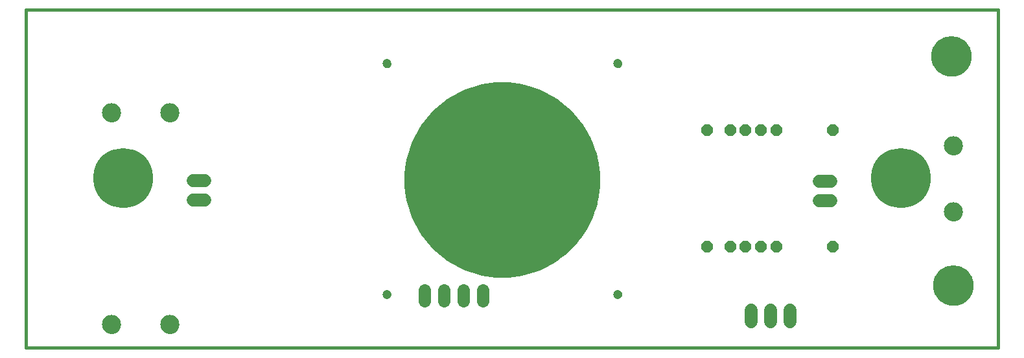
<source format=gbs>
G75*
%MOIN*%
%OFA0B0*%
%FSLAX25Y25*%
%IPPOS*%
%LPD*%
%AMOC8*
5,1,8,0,0,1.08239X$1,22.5*
%
%ADD10C,0.01600*%
%ADD11C,0.00000*%
%ADD12C,1.00800*%
%ADD13C,0.09800*%
%ADD14C,0.30800*%
%ADD15C,0.20800*%
%ADD16C,0.04706*%
%ADD17C,0.06400*%
%ADD18OC8,0.05950*%
%ADD19C,0.06800*%
D10*
X0128333Y0033333D02*
X0128333Y0207333D01*
X0628333Y0207333D01*
X0628333Y0033333D01*
X0128333Y0033333D01*
D11*
X0167833Y0045333D02*
X0167835Y0045467D01*
X0167841Y0045601D01*
X0167851Y0045734D01*
X0167865Y0045868D01*
X0167883Y0046001D01*
X0167905Y0046133D01*
X0167930Y0046264D01*
X0167960Y0046395D01*
X0167994Y0046525D01*
X0168031Y0046653D01*
X0168072Y0046781D01*
X0168117Y0046907D01*
X0168166Y0047032D01*
X0168218Y0047155D01*
X0168274Y0047277D01*
X0168334Y0047397D01*
X0168397Y0047515D01*
X0168464Y0047631D01*
X0168534Y0047745D01*
X0168608Y0047857D01*
X0168685Y0047967D01*
X0168765Y0048075D01*
X0168848Y0048180D01*
X0168934Y0048282D01*
X0169023Y0048382D01*
X0169116Y0048479D01*
X0169211Y0048574D01*
X0169309Y0048665D01*
X0169409Y0048754D01*
X0169512Y0048839D01*
X0169618Y0048922D01*
X0169726Y0049001D01*
X0169836Y0049077D01*
X0169949Y0049150D01*
X0170064Y0049219D01*
X0170180Y0049285D01*
X0170299Y0049347D01*
X0170419Y0049406D01*
X0170542Y0049461D01*
X0170665Y0049513D01*
X0170790Y0049560D01*
X0170917Y0049604D01*
X0171045Y0049645D01*
X0171174Y0049681D01*
X0171304Y0049714D01*
X0171435Y0049742D01*
X0171566Y0049767D01*
X0171699Y0049788D01*
X0171832Y0049805D01*
X0171965Y0049818D01*
X0172099Y0049827D01*
X0172233Y0049832D01*
X0172367Y0049833D01*
X0172500Y0049830D01*
X0172634Y0049823D01*
X0172768Y0049812D01*
X0172901Y0049797D01*
X0173034Y0049778D01*
X0173166Y0049755D01*
X0173297Y0049729D01*
X0173427Y0049698D01*
X0173557Y0049663D01*
X0173685Y0049625D01*
X0173812Y0049583D01*
X0173938Y0049537D01*
X0174063Y0049487D01*
X0174186Y0049434D01*
X0174307Y0049377D01*
X0174427Y0049316D01*
X0174544Y0049252D01*
X0174660Y0049185D01*
X0174774Y0049114D01*
X0174885Y0049039D01*
X0174994Y0048962D01*
X0175101Y0048881D01*
X0175206Y0048797D01*
X0175307Y0048710D01*
X0175407Y0048620D01*
X0175503Y0048527D01*
X0175597Y0048431D01*
X0175688Y0048332D01*
X0175775Y0048231D01*
X0175860Y0048127D01*
X0175942Y0048021D01*
X0176020Y0047913D01*
X0176095Y0047802D01*
X0176167Y0047689D01*
X0176236Y0047573D01*
X0176301Y0047456D01*
X0176362Y0047337D01*
X0176420Y0047216D01*
X0176474Y0047094D01*
X0176525Y0046970D01*
X0176572Y0046844D01*
X0176615Y0046717D01*
X0176654Y0046589D01*
X0176690Y0046460D01*
X0176721Y0046330D01*
X0176749Y0046199D01*
X0176773Y0046067D01*
X0176793Y0045934D01*
X0176809Y0045801D01*
X0176821Y0045668D01*
X0176829Y0045534D01*
X0176833Y0045400D01*
X0176833Y0045266D01*
X0176829Y0045132D01*
X0176821Y0044998D01*
X0176809Y0044865D01*
X0176793Y0044732D01*
X0176773Y0044599D01*
X0176749Y0044467D01*
X0176721Y0044336D01*
X0176690Y0044206D01*
X0176654Y0044077D01*
X0176615Y0043949D01*
X0176572Y0043822D01*
X0176525Y0043696D01*
X0176474Y0043572D01*
X0176420Y0043450D01*
X0176362Y0043329D01*
X0176301Y0043210D01*
X0176236Y0043093D01*
X0176167Y0042977D01*
X0176095Y0042864D01*
X0176020Y0042753D01*
X0175942Y0042645D01*
X0175860Y0042539D01*
X0175775Y0042435D01*
X0175688Y0042334D01*
X0175597Y0042235D01*
X0175503Y0042139D01*
X0175407Y0042046D01*
X0175307Y0041956D01*
X0175206Y0041869D01*
X0175101Y0041785D01*
X0174994Y0041704D01*
X0174885Y0041627D01*
X0174774Y0041552D01*
X0174660Y0041481D01*
X0174544Y0041414D01*
X0174427Y0041350D01*
X0174307Y0041289D01*
X0174186Y0041232D01*
X0174063Y0041179D01*
X0173938Y0041129D01*
X0173812Y0041083D01*
X0173685Y0041041D01*
X0173557Y0041003D01*
X0173427Y0040968D01*
X0173297Y0040937D01*
X0173166Y0040911D01*
X0173034Y0040888D01*
X0172901Y0040869D01*
X0172768Y0040854D01*
X0172634Y0040843D01*
X0172500Y0040836D01*
X0172367Y0040833D01*
X0172233Y0040834D01*
X0172099Y0040839D01*
X0171965Y0040848D01*
X0171832Y0040861D01*
X0171699Y0040878D01*
X0171566Y0040899D01*
X0171435Y0040924D01*
X0171304Y0040952D01*
X0171174Y0040985D01*
X0171045Y0041021D01*
X0170917Y0041062D01*
X0170790Y0041106D01*
X0170665Y0041153D01*
X0170542Y0041205D01*
X0170419Y0041260D01*
X0170299Y0041319D01*
X0170180Y0041381D01*
X0170064Y0041447D01*
X0169949Y0041516D01*
X0169836Y0041589D01*
X0169726Y0041665D01*
X0169618Y0041744D01*
X0169512Y0041827D01*
X0169409Y0041912D01*
X0169309Y0042001D01*
X0169211Y0042092D01*
X0169116Y0042187D01*
X0169023Y0042284D01*
X0168934Y0042384D01*
X0168848Y0042486D01*
X0168765Y0042591D01*
X0168685Y0042699D01*
X0168608Y0042809D01*
X0168534Y0042921D01*
X0168464Y0043035D01*
X0168397Y0043151D01*
X0168334Y0043269D01*
X0168274Y0043389D01*
X0168218Y0043511D01*
X0168166Y0043634D01*
X0168117Y0043759D01*
X0168072Y0043885D01*
X0168031Y0044013D01*
X0167994Y0044141D01*
X0167960Y0044271D01*
X0167930Y0044402D01*
X0167905Y0044533D01*
X0167883Y0044665D01*
X0167865Y0044798D01*
X0167851Y0044932D01*
X0167841Y0045065D01*
X0167835Y0045199D01*
X0167833Y0045333D01*
X0197833Y0045333D02*
X0197835Y0045467D01*
X0197841Y0045601D01*
X0197851Y0045734D01*
X0197865Y0045868D01*
X0197883Y0046001D01*
X0197905Y0046133D01*
X0197930Y0046264D01*
X0197960Y0046395D01*
X0197994Y0046525D01*
X0198031Y0046653D01*
X0198072Y0046781D01*
X0198117Y0046907D01*
X0198166Y0047032D01*
X0198218Y0047155D01*
X0198274Y0047277D01*
X0198334Y0047397D01*
X0198397Y0047515D01*
X0198464Y0047631D01*
X0198534Y0047745D01*
X0198608Y0047857D01*
X0198685Y0047967D01*
X0198765Y0048075D01*
X0198848Y0048180D01*
X0198934Y0048282D01*
X0199023Y0048382D01*
X0199116Y0048479D01*
X0199211Y0048574D01*
X0199309Y0048665D01*
X0199409Y0048754D01*
X0199512Y0048839D01*
X0199618Y0048922D01*
X0199726Y0049001D01*
X0199836Y0049077D01*
X0199949Y0049150D01*
X0200064Y0049219D01*
X0200180Y0049285D01*
X0200299Y0049347D01*
X0200419Y0049406D01*
X0200542Y0049461D01*
X0200665Y0049513D01*
X0200790Y0049560D01*
X0200917Y0049604D01*
X0201045Y0049645D01*
X0201174Y0049681D01*
X0201304Y0049714D01*
X0201435Y0049742D01*
X0201566Y0049767D01*
X0201699Y0049788D01*
X0201832Y0049805D01*
X0201965Y0049818D01*
X0202099Y0049827D01*
X0202233Y0049832D01*
X0202367Y0049833D01*
X0202500Y0049830D01*
X0202634Y0049823D01*
X0202768Y0049812D01*
X0202901Y0049797D01*
X0203034Y0049778D01*
X0203166Y0049755D01*
X0203297Y0049729D01*
X0203427Y0049698D01*
X0203557Y0049663D01*
X0203685Y0049625D01*
X0203812Y0049583D01*
X0203938Y0049537D01*
X0204063Y0049487D01*
X0204186Y0049434D01*
X0204307Y0049377D01*
X0204427Y0049316D01*
X0204544Y0049252D01*
X0204660Y0049185D01*
X0204774Y0049114D01*
X0204885Y0049039D01*
X0204994Y0048962D01*
X0205101Y0048881D01*
X0205206Y0048797D01*
X0205307Y0048710D01*
X0205407Y0048620D01*
X0205503Y0048527D01*
X0205597Y0048431D01*
X0205688Y0048332D01*
X0205775Y0048231D01*
X0205860Y0048127D01*
X0205942Y0048021D01*
X0206020Y0047913D01*
X0206095Y0047802D01*
X0206167Y0047689D01*
X0206236Y0047573D01*
X0206301Y0047456D01*
X0206362Y0047337D01*
X0206420Y0047216D01*
X0206474Y0047094D01*
X0206525Y0046970D01*
X0206572Y0046844D01*
X0206615Y0046717D01*
X0206654Y0046589D01*
X0206690Y0046460D01*
X0206721Y0046330D01*
X0206749Y0046199D01*
X0206773Y0046067D01*
X0206793Y0045934D01*
X0206809Y0045801D01*
X0206821Y0045668D01*
X0206829Y0045534D01*
X0206833Y0045400D01*
X0206833Y0045266D01*
X0206829Y0045132D01*
X0206821Y0044998D01*
X0206809Y0044865D01*
X0206793Y0044732D01*
X0206773Y0044599D01*
X0206749Y0044467D01*
X0206721Y0044336D01*
X0206690Y0044206D01*
X0206654Y0044077D01*
X0206615Y0043949D01*
X0206572Y0043822D01*
X0206525Y0043696D01*
X0206474Y0043572D01*
X0206420Y0043450D01*
X0206362Y0043329D01*
X0206301Y0043210D01*
X0206236Y0043093D01*
X0206167Y0042977D01*
X0206095Y0042864D01*
X0206020Y0042753D01*
X0205942Y0042645D01*
X0205860Y0042539D01*
X0205775Y0042435D01*
X0205688Y0042334D01*
X0205597Y0042235D01*
X0205503Y0042139D01*
X0205407Y0042046D01*
X0205307Y0041956D01*
X0205206Y0041869D01*
X0205101Y0041785D01*
X0204994Y0041704D01*
X0204885Y0041627D01*
X0204774Y0041552D01*
X0204660Y0041481D01*
X0204544Y0041414D01*
X0204427Y0041350D01*
X0204307Y0041289D01*
X0204186Y0041232D01*
X0204063Y0041179D01*
X0203938Y0041129D01*
X0203812Y0041083D01*
X0203685Y0041041D01*
X0203557Y0041003D01*
X0203427Y0040968D01*
X0203297Y0040937D01*
X0203166Y0040911D01*
X0203034Y0040888D01*
X0202901Y0040869D01*
X0202768Y0040854D01*
X0202634Y0040843D01*
X0202500Y0040836D01*
X0202367Y0040833D01*
X0202233Y0040834D01*
X0202099Y0040839D01*
X0201965Y0040848D01*
X0201832Y0040861D01*
X0201699Y0040878D01*
X0201566Y0040899D01*
X0201435Y0040924D01*
X0201304Y0040952D01*
X0201174Y0040985D01*
X0201045Y0041021D01*
X0200917Y0041062D01*
X0200790Y0041106D01*
X0200665Y0041153D01*
X0200542Y0041205D01*
X0200419Y0041260D01*
X0200299Y0041319D01*
X0200180Y0041381D01*
X0200064Y0041447D01*
X0199949Y0041516D01*
X0199836Y0041589D01*
X0199726Y0041665D01*
X0199618Y0041744D01*
X0199512Y0041827D01*
X0199409Y0041912D01*
X0199309Y0042001D01*
X0199211Y0042092D01*
X0199116Y0042187D01*
X0199023Y0042284D01*
X0198934Y0042384D01*
X0198848Y0042486D01*
X0198765Y0042591D01*
X0198685Y0042699D01*
X0198608Y0042809D01*
X0198534Y0042921D01*
X0198464Y0043035D01*
X0198397Y0043151D01*
X0198334Y0043269D01*
X0198274Y0043389D01*
X0198218Y0043511D01*
X0198166Y0043634D01*
X0198117Y0043759D01*
X0198072Y0043885D01*
X0198031Y0044013D01*
X0197994Y0044141D01*
X0197960Y0044271D01*
X0197930Y0044402D01*
X0197905Y0044533D01*
X0197883Y0044665D01*
X0197865Y0044798D01*
X0197851Y0044932D01*
X0197841Y0045065D01*
X0197835Y0045199D01*
X0197833Y0045333D01*
X0312005Y0060958D02*
X0312007Y0061046D01*
X0312013Y0061134D01*
X0312023Y0061222D01*
X0312037Y0061309D01*
X0312055Y0061396D01*
X0312076Y0061481D01*
X0312102Y0061566D01*
X0312131Y0061649D01*
X0312164Y0061731D01*
X0312201Y0061811D01*
X0312241Y0061890D01*
X0312285Y0061966D01*
X0312333Y0062041D01*
X0312383Y0062113D01*
X0312437Y0062183D01*
X0312494Y0062251D01*
X0312554Y0062315D01*
X0312617Y0062377D01*
X0312682Y0062437D01*
X0312750Y0062493D01*
X0312821Y0062546D01*
X0312894Y0062596D01*
X0312969Y0062642D01*
X0313046Y0062685D01*
X0313125Y0062724D01*
X0313206Y0062760D01*
X0313288Y0062792D01*
X0313371Y0062821D01*
X0313456Y0062845D01*
X0313542Y0062866D01*
X0313629Y0062883D01*
X0313716Y0062896D01*
X0313804Y0062905D01*
X0313892Y0062910D01*
X0313980Y0062911D01*
X0314068Y0062908D01*
X0314156Y0062901D01*
X0314244Y0062890D01*
X0314331Y0062875D01*
X0314417Y0062856D01*
X0314502Y0062834D01*
X0314587Y0062807D01*
X0314670Y0062777D01*
X0314751Y0062743D01*
X0314831Y0062705D01*
X0314909Y0062664D01*
X0314985Y0062619D01*
X0315059Y0062571D01*
X0315131Y0062520D01*
X0315200Y0062465D01*
X0315267Y0062407D01*
X0315331Y0062347D01*
X0315393Y0062283D01*
X0315451Y0062217D01*
X0315506Y0062148D01*
X0315559Y0062077D01*
X0315607Y0062004D01*
X0315653Y0061928D01*
X0315695Y0061851D01*
X0315734Y0061771D01*
X0315769Y0061690D01*
X0315800Y0061607D01*
X0315827Y0061524D01*
X0315851Y0061439D01*
X0315871Y0061353D01*
X0315887Y0061266D01*
X0315899Y0061178D01*
X0315907Y0061090D01*
X0315911Y0061002D01*
X0315911Y0060914D01*
X0315907Y0060826D01*
X0315899Y0060738D01*
X0315887Y0060650D01*
X0315871Y0060563D01*
X0315851Y0060477D01*
X0315827Y0060392D01*
X0315800Y0060309D01*
X0315769Y0060226D01*
X0315734Y0060145D01*
X0315695Y0060065D01*
X0315653Y0059988D01*
X0315607Y0059912D01*
X0315559Y0059839D01*
X0315506Y0059768D01*
X0315451Y0059699D01*
X0315393Y0059633D01*
X0315331Y0059569D01*
X0315267Y0059509D01*
X0315200Y0059451D01*
X0315131Y0059396D01*
X0315059Y0059345D01*
X0314985Y0059297D01*
X0314909Y0059252D01*
X0314831Y0059211D01*
X0314751Y0059173D01*
X0314670Y0059139D01*
X0314587Y0059109D01*
X0314502Y0059082D01*
X0314417Y0059060D01*
X0314331Y0059041D01*
X0314244Y0059026D01*
X0314156Y0059015D01*
X0314068Y0059008D01*
X0313980Y0059005D01*
X0313892Y0059006D01*
X0313804Y0059011D01*
X0313716Y0059020D01*
X0313629Y0059033D01*
X0313542Y0059050D01*
X0313456Y0059071D01*
X0313371Y0059095D01*
X0313288Y0059124D01*
X0313206Y0059156D01*
X0313125Y0059192D01*
X0313046Y0059231D01*
X0312969Y0059274D01*
X0312894Y0059320D01*
X0312821Y0059370D01*
X0312750Y0059423D01*
X0312682Y0059479D01*
X0312617Y0059539D01*
X0312554Y0059601D01*
X0312494Y0059665D01*
X0312437Y0059733D01*
X0312383Y0059803D01*
X0312333Y0059875D01*
X0312285Y0059950D01*
X0312241Y0060026D01*
X0312201Y0060105D01*
X0312164Y0060185D01*
X0312131Y0060267D01*
X0312102Y0060350D01*
X0312076Y0060435D01*
X0312055Y0060520D01*
X0312037Y0060607D01*
X0312023Y0060694D01*
X0312013Y0060782D01*
X0312007Y0060870D01*
X0312005Y0060958D01*
X0430755Y0060958D02*
X0430757Y0061046D01*
X0430763Y0061134D01*
X0430773Y0061222D01*
X0430787Y0061309D01*
X0430805Y0061396D01*
X0430826Y0061481D01*
X0430852Y0061566D01*
X0430881Y0061649D01*
X0430914Y0061731D01*
X0430951Y0061811D01*
X0430991Y0061890D01*
X0431035Y0061966D01*
X0431083Y0062041D01*
X0431133Y0062113D01*
X0431187Y0062183D01*
X0431244Y0062251D01*
X0431304Y0062315D01*
X0431367Y0062377D01*
X0431432Y0062437D01*
X0431500Y0062493D01*
X0431571Y0062546D01*
X0431644Y0062596D01*
X0431719Y0062642D01*
X0431796Y0062685D01*
X0431875Y0062724D01*
X0431956Y0062760D01*
X0432038Y0062792D01*
X0432121Y0062821D01*
X0432206Y0062845D01*
X0432292Y0062866D01*
X0432379Y0062883D01*
X0432466Y0062896D01*
X0432554Y0062905D01*
X0432642Y0062910D01*
X0432730Y0062911D01*
X0432818Y0062908D01*
X0432906Y0062901D01*
X0432994Y0062890D01*
X0433081Y0062875D01*
X0433167Y0062856D01*
X0433252Y0062834D01*
X0433337Y0062807D01*
X0433420Y0062777D01*
X0433501Y0062743D01*
X0433581Y0062705D01*
X0433659Y0062664D01*
X0433735Y0062619D01*
X0433809Y0062571D01*
X0433881Y0062520D01*
X0433950Y0062465D01*
X0434017Y0062407D01*
X0434081Y0062347D01*
X0434143Y0062283D01*
X0434201Y0062217D01*
X0434256Y0062148D01*
X0434309Y0062077D01*
X0434357Y0062004D01*
X0434403Y0061928D01*
X0434445Y0061851D01*
X0434484Y0061771D01*
X0434519Y0061690D01*
X0434550Y0061607D01*
X0434577Y0061524D01*
X0434601Y0061439D01*
X0434621Y0061353D01*
X0434637Y0061266D01*
X0434649Y0061178D01*
X0434657Y0061090D01*
X0434661Y0061002D01*
X0434661Y0060914D01*
X0434657Y0060826D01*
X0434649Y0060738D01*
X0434637Y0060650D01*
X0434621Y0060563D01*
X0434601Y0060477D01*
X0434577Y0060392D01*
X0434550Y0060309D01*
X0434519Y0060226D01*
X0434484Y0060145D01*
X0434445Y0060065D01*
X0434403Y0059988D01*
X0434357Y0059912D01*
X0434309Y0059839D01*
X0434256Y0059768D01*
X0434201Y0059699D01*
X0434143Y0059633D01*
X0434081Y0059569D01*
X0434017Y0059509D01*
X0433950Y0059451D01*
X0433881Y0059396D01*
X0433809Y0059345D01*
X0433735Y0059297D01*
X0433659Y0059252D01*
X0433581Y0059211D01*
X0433501Y0059173D01*
X0433420Y0059139D01*
X0433337Y0059109D01*
X0433252Y0059082D01*
X0433167Y0059060D01*
X0433081Y0059041D01*
X0432994Y0059026D01*
X0432906Y0059015D01*
X0432818Y0059008D01*
X0432730Y0059005D01*
X0432642Y0059006D01*
X0432554Y0059011D01*
X0432466Y0059020D01*
X0432379Y0059033D01*
X0432292Y0059050D01*
X0432206Y0059071D01*
X0432121Y0059095D01*
X0432038Y0059124D01*
X0431956Y0059156D01*
X0431875Y0059192D01*
X0431796Y0059231D01*
X0431719Y0059274D01*
X0431644Y0059320D01*
X0431571Y0059370D01*
X0431500Y0059423D01*
X0431432Y0059479D01*
X0431367Y0059539D01*
X0431304Y0059601D01*
X0431244Y0059665D01*
X0431187Y0059733D01*
X0431133Y0059803D01*
X0431083Y0059875D01*
X0431035Y0059950D01*
X0430991Y0060026D01*
X0430951Y0060105D01*
X0430914Y0060185D01*
X0430881Y0060267D01*
X0430852Y0060350D01*
X0430826Y0060435D01*
X0430805Y0060520D01*
X0430787Y0060607D01*
X0430773Y0060694D01*
X0430763Y0060782D01*
X0430757Y0060870D01*
X0430755Y0060958D01*
X0595333Y0065333D02*
X0595336Y0065578D01*
X0595345Y0065824D01*
X0595360Y0066069D01*
X0595381Y0066313D01*
X0595408Y0066557D01*
X0595441Y0066800D01*
X0595480Y0067043D01*
X0595525Y0067284D01*
X0595576Y0067524D01*
X0595633Y0067763D01*
X0595695Y0068000D01*
X0595764Y0068236D01*
X0595838Y0068470D01*
X0595918Y0068702D01*
X0596003Y0068932D01*
X0596094Y0069160D01*
X0596191Y0069385D01*
X0596293Y0069609D01*
X0596401Y0069829D01*
X0596514Y0070047D01*
X0596632Y0070262D01*
X0596756Y0070474D01*
X0596884Y0070683D01*
X0597018Y0070889D01*
X0597157Y0071091D01*
X0597301Y0071290D01*
X0597450Y0071485D01*
X0597603Y0071677D01*
X0597761Y0071865D01*
X0597923Y0072049D01*
X0598091Y0072228D01*
X0598262Y0072404D01*
X0598438Y0072575D01*
X0598617Y0072743D01*
X0598801Y0072905D01*
X0598989Y0073063D01*
X0599181Y0073216D01*
X0599376Y0073365D01*
X0599575Y0073509D01*
X0599777Y0073648D01*
X0599983Y0073782D01*
X0600192Y0073910D01*
X0600404Y0074034D01*
X0600619Y0074152D01*
X0600837Y0074265D01*
X0601057Y0074373D01*
X0601281Y0074475D01*
X0601506Y0074572D01*
X0601734Y0074663D01*
X0601964Y0074748D01*
X0602196Y0074828D01*
X0602430Y0074902D01*
X0602666Y0074971D01*
X0602903Y0075033D01*
X0603142Y0075090D01*
X0603382Y0075141D01*
X0603623Y0075186D01*
X0603866Y0075225D01*
X0604109Y0075258D01*
X0604353Y0075285D01*
X0604597Y0075306D01*
X0604842Y0075321D01*
X0605088Y0075330D01*
X0605333Y0075333D01*
X0605578Y0075330D01*
X0605824Y0075321D01*
X0606069Y0075306D01*
X0606313Y0075285D01*
X0606557Y0075258D01*
X0606800Y0075225D01*
X0607043Y0075186D01*
X0607284Y0075141D01*
X0607524Y0075090D01*
X0607763Y0075033D01*
X0608000Y0074971D01*
X0608236Y0074902D01*
X0608470Y0074828D01*
X0608702Y0074748D01*
X0608932Y0074663D01*
X0609160Y0074572D01*
X0609385Y0074475D01*
X0609609Y0074373D01*
X0609829Y0074265D01*
X0610047Y0074152D01*
X0610262Y0074034D01*
X0610474Y0073910D01*
X0610683Y0073782D01*
X0610889Y0073648D01*
X0611091Y0073509D01*
X0611290Y0073365D01*
X0611485Y0073216D01*
X0611677Y0073063D01*
X0611865Y0072905D01*
X0612049Y0072743D01*
X0612228Y0072575D01*
X0612404Y0072404D01*
X0612575Y0072228D01*
X0612743Y0072049D01*
X0612905Y0071865D01*
X0613063Y0071677D01*
X0613216Y0071485D01*
X0613365Y0071290D01*
X0613509Y0071091D01*
X0613648Y0070889D01*
X0613782Y0070683D01*
X0613910Y0070474D01*
X0614034Y0070262D01*
X0614152Y0070047D01*
X0614265Y0069829D01*
X0614373Y0069609D01*
X0614475Y0069385D01*
X0614572Y0069160D01*
X0614663Y0068932D01*
X0614748Y0068702D01*
X0614828Y0068470D01*
X0614902Y0068236D01*
X0614971Y0068000D01*
X0615033Y0067763D01*
X0615090Y0067524D01*
X0615141Y0067284D01*
X0615186Y0067043D01*
X0615225Y0066800D01*
X0615258Y0066557D01*
X0615285Y0066313D01*
X0615306Y0066069D01*
X0615321Y0065824D01*
X0615330Y0065578D01*
X0615333Y0065333D01*
X0615330Y0065088D01*
X0615321Y0064842D01*
X0615306Y0064597D01*
X0615285Y0064353D01*
X0615258Y0064109D01*
X0615225Y0063866D01*
X0615186Y0063623D01*
X0615141Y0063382D01*
X0615090Y0063142D01*
X0615033Y0062903D01*
X0614971Y0062666D01*
X0614902Y0062430D01*
X0614828Y0062196D01*
X0614748Y0061964D01*
X0614663Y0061734D01*
X0614572Y0061506D01*
X0614475Y0061281D01*
X0614373Y0061057D01*
X0614265Y0060837D01*
X0614152Y0060619D01*
X0614034Y0060404D01*
X0613910Y0060192D01*
X0613782Y0059983D01*
X0613648Y0059777D01*
X0613509Y0059575D01*
X0613365Y0059376D01*
X0613216Y0059181D01*
X0613063Y0058989D01*
X0612905Y0058801D01*
X0612743Y0058617D01*
X0612575Y0058438D01*
X0612404Y0058262D01*
X0612228Y0058091D01*
X0612049Y0057923D01*
X0611865Y0057761D01*
X0611677Y0057603D01*
X0611485Y0057450D01*
X0611290Y0057301D01*
X0611091Y0057157D01*
X0610889Y0057018D01*
X0610683Y0056884D01*
X0610474Y0056756D01*
X0610262Y0056632D01*
X0610047Y0056514D01*
X0609829Y0056401D01*
X0609609Y0056293D01*
X0609385Y0056191D01*
X0609160Y0056094D01*
X0608932Y0056003D01*
X0608702Y0055918D01*
X0608470Y0055838D01*
X0608236Y0055764D01*
X0608000Y0055695D01*
X0607763Y0055633D01*
X0607524Y0055576D01*
X0607284Y0055525D01*
X0607043Y0055480D01*
X0606800Y0055441D01*
X0606557Y0055408D01*
X0606313Y0055381D01*
X0606069Y0055360D01*
X0605824Y0055345D01*
X0605578Y0055336D01*
X0605333Y0055333D01*
X0605088Y0055336D01*
X0604842Y0055345D01*
X0604597Y0055360D01*
X0604353Y0055381D01*
X0604109Y0055408D01*
X0603866Y0055441D01*
X0603623Y0055480D01*
X0603382Y0055525D01*
X0603142Y0055576D01*
X0602903Y0055633D01*
X0602666Y0055695D01*
X0602430Y0055764D01*
X0602196Y0055838D01*
X0601964Y0055918D01*
X0601734Y0056003D01*
X0601506Y0056094D01*
X0601281Y0056191D01*
X0601057Y0056293D01*
X0600837Y0056401D01*
X0600619Y0056514D01*
X0600404Y0056632D01*
X0600192Y0056756D01*
X0599983Y0056884D01*
X0599777Y0057018D01*
X0599575Y0057157D01*
X0599376Y0057301D01*
X0599181Y0057450D01*
X0598989Y0057603D01*
X0598801Y0057761D01*
X0598617Y0057923D01*
X0598438Y0058091D01*
X0598262Y0058262D01*
X0598091Y0058438D01*
X0597923Y0058617D01*
X0597761Y0058801D01*
X0597603Y0058989D01*
X0597450Y0059181D01*
X0597301Y0059376D01*
X0597157Y0059575D01*
X0597018Y0059777D01*
X0596884Y0059983D01*
X0596756Y0060192D01*
X0596632Y0060404D01*
X0596514Y0060619D01*
X0596401Y0060837D01*
X0596293Y0061057D01*
X0596191Y0061281D01*
X0596094Y0061506D01*
X0596003Y0061734D01*
X0595918Y0061964D01*
X0595838Y0062196D01*
X0595764Y0062430D01*
X0595695Y0062666D01*
X0595633Y0062903D01*
X0595576Y0063142D01*
X0595525Y0063382D01*
X0595480Y0063623D01*
X0595441Y0063866D01*
X0595408Y0064109D01*
X0595381Y0064353D01*
X0595360Y0064597D01*
X0595345Y0064842D01*
X0595336Y0065088D01*
X0595333Y0065333D01*
X0600833Y0103333D02*
X0600835Y0103467D01*
X0600841Y0103601D01*
X0600851Y0103734D01*
X0600865Y0103868D01*
X0600883Y0104001D01*
X0600905Y0104133D01*
X0600930Y0104264D01*
X0600960Y0104395D01*
X0600994Y0104525D01*
X0601031Y0104653D01*
X0601072Y0104781D01*
X0601117Y0104907D01*
X0601166Y0105032D01*
X0601218Y0105155D01*
X0601274Y0105277D01*
X0601334Y0105397D01*
X0601397Y0105515D01*
X0601464Y0105631D01*
X0601534Y0105745D01*
X0601608Y0105857D01*
X0601685Y0105967D01*
X0601765Y0106075D01*
X0601848Y0106180D01*
X0601934Y0106282D01*
X0602023Y0106382D01*
X0602116Y0106479D01*
X0602211Y0106574D01*
X0602309Y0106665D01*
X0602409Y0106754D01*
X0602512Y0106839D01*
X0602618Y0106922D01*
X0602726Y0107001D01*
X0602836Y0107077D01*
X0602949Y0107150D01*
X0603064Y0107219D01*
X0603180Y0107285D01*
X0603299Y0107347D01*
X0603419Y0107406D01*
X0603542Y0107461D01*
X0603665Y0107513D01*
X0603790Y0107560D01*
X0603917Y0107604D01*
X0604045Y0107645D01*
X0604174Y0107681D01*
X0604304Y0107714D01*
X0604435Y0107742D01*
X0604566Y0107767D01*
X0604699Y0107788D01*
X0604832Y0107805D01*
X0604965Y0107818D01*
X0605099Y0107827D01*
X0605233Y0107832D01*
X0605367Y0107833D01*
X0605500Y0107830D01*
X0605634Y0107823D01*
X0605768Y0107812D01*
X0605901Y0107797D01*
X0606034Y0107778D01*
X0606166Y0107755D01*
X0606297Y0107729D01*
X0606427Y0107698D01*
X0606557Y0107663D01*
X0606685Y0107625D01*
X0606812Y0107583D01*
X0606938Y0107537D01*
X0607063Y0107487D01*
X0607186Y0107434D01*
X0607307Y0107377D01*
X0607427Y0107316D01*
X0607544Y0107252D01*
X0607660Y0107185D01*
X0607774Y0107114D01*
X0607885Y0107039D01*
X0607994Y0106962D01*
X0608101Y0106881D01*
X0608206Y0106797D01*
X0608307Y0106710D01*
X0608407Y0106620D01*
X0608503Y0106527D01*
X0608597Y0106431D01*
X0608688Y0106332D01*
X0608775Y0106231D01*
X0608860Y0106127D01*
X0608942Y0106021D01*
X0609020Y0105913D01*
X0609095Y0105802D01*
X0609167Y0105689D01*
X0609236Y0105573D01*
X0609301Y0105456D01*
X0609362Y0105337D01*
X0609420Y0105216D01*
X0609474Y0105094D01*
X0609525Y0104970D01*
X0609572Y0104844D01*
X0609615Y0104717D01*
X0609654Y0104589D01*
X0609690Y0104460D01*
X0609721Y0104330D01*
X0609749Y0104199D01*
X0609773Y0104067D01*
X0609793Y0103934D01*
X0609809Y0103801D01*
X0609821Y0103668D01*
X0609829Y0103534D01*
X0609833Y0103400D01*
X0609833Y0103266D01*
X0609829Y0103132D01*
X0609821Y0102998D01*
X0609809Y0102865D01*
X0609793Y0102732D01*
X0609773Y0102599D01*
X0609749Y0102467D01*
X0609721Y0102336D01*
X0609690Y0102206D01*
X0609654Y0102077D01*
X0609615Y0101949D01*
X0609572Y0101822D01*
X0609525Y0101696D01*
X0609474Y0101572D01*
X0609420Y0101450D01*
X0609362Y0101329D01*
X0609301Y0101210D01*
X0609236Y0101093D01*
X0609167Y0100977D01*
X0609095Y0100864D01*
X0609020Y0100753D01*
X0608942Y0100645D01*
X0608860Y0100539D01*
X0608775Y0100435D01*
X0608688Y0100334D01*
X0608597Y0100235D01*
X0608503Y0100139D01*
X0608407Y0100046D01*
X0608307Y0099956D01*
X0608206Y0099869D01*
X0608101Y0099785D01*
X0607994Y0099704D01*
X0607885Y0099627D01*
X0607774Y0099552D01*
X0607660Y0099481D01*
X0607544Y0099414D01*
X0607427Y0099350D01*
X0607307Y0099289D01*
X0607186Y0099232D01*
X0607063Y0099179D01*
X0606938Y0099129D01*
X0606812Y0099083D01*
X0606685Y0099041D01*
X0606557Y0099003D01*
X0606427Y0098968D01*
X0606297Y0098937D01*
X0606166Y0098911D01*
X0606034Y0098888D01*
X0605901Y0098869D01*
X0605768Y0098854D01*
X0605634Y0098843D01*
X0605500Y0098836D01*
X0605367Y0098833D01*
X0605233Y0098834D01*
X0605099Y0098839D01*
X0604965Y0098848D01*
X0604832Y0098861D01*
X0604699Y0098878D01*
X0604566Y0098899D01*
X0604435Y0098924D01*
X0604304Y0098952D01*
X0604174Y0098985D01*
X0604045Y0099021D01*
X0603917Y0099062D01*
X0603790Y0099106D01*
X0603665Y0099153D01*
X0603542Y0099205D01*
X0603419Y0099260D01*
X0603299Y0099319D01*
X0603180Y0099381D01*
X0603064Y0099447D01*
X0602949Y0099516D01*
X0602836Y0099589D01*
X0602726Y0099665D01*
X0602618Y0099744D01*
X0602512Y0099827D01*
X0602409Y0099912D01*
X0602309Y0100001D01*
X0602211Y0100092D01*
X0602116Y0100187D01*
X0602023Y0100284D01*
X0601934Y0100384D01*
X0601848Y0100486D01*
X0601765Y0100591D01*
X0601685Y0100699D01*
X0601608Y0100809D01*
X0601534Y0100921D01*
X0601464Y0101035D01*
X0601397Y0101151D01*
X0601334Y0101269D01*
X0601274Y0101389D01*
X0601218Y0101511D01*
X0601166Y0101634D01*
X0601117Y0101759D01*
X0601072Y0101885D01*
X0601031Y0102013D01*
X0600994Y0102141D01*
X0600960Y0102271D01*
X0600930Y0102402D01*
X0600905Y0102533D01*
X0600883Y0102665D01*
X0600865Y0102798D01*
X0600851Y0102932D01*
X0600841Y0103065D01*
X0600835Y0103199D01*
X0600833Y0103333D01*
X0563333Y0120833D02*
X0563338Y0121201D01*
X0563351Y0121569D01*
X0563374Y0121936D01*
X0563405Y0122303D01*
X0563446Y0122669D01*
X0563495Y0123034D01*
X0563554Y0123397D01*
X0563621Y0123759D01*
X0563697Y0124120D01*
X0563783Y0124478D01*
X0563876Y0124834D01*
X0563979Y0125187D01*
X0564090Y0125538D01*
X0564210Y0125886D01*
X0564338Y0126231D01*
X0564475Y0126573D01*
X0564620Y0126912D01*
X0564773Y0127246D01*
X0564935Y0127577D01*
X0565104Y0127904D01*
X0565282Y0128226D01*
X0565467Y0128545D01*
X0565660Y0128858D01*
X0565861Y0129167D01*
X0566069Y0129470D01*
X0566285Y0129768D01*
X0566508Y0130061D01*
X0566738Y0130349D01*
X0566975Y0130631D01*
X0567219Y0130906D01*
X0567469Y0131176D01*
X0567726Y0131440D01*
X0567990Y0131697D01*
X0568260Y0131947D01*
X0568535Y0132191D01*
X0568817Y0132428D01*
X0569105Y0132658D01*
X0569398Y0132881D01*
X0569696Y0133097D01*
X0569999Y0133305D01*
X0570308Y0133506D01*
X0570621Y0133699D01*
X0570940Y0133884D01*
X0571262Y0134062D01*
X0571589Y0134231D01*
X0571920Y0134393D01*
X0572254Y0134546D01*
X0572593Y0134691D01*
X0572935Y0134828D01*
X0573280Y0134956D01*
X0573628Y0135076D01*
X0573979Y0135187D01*
X0574332Y0135290D01*
X0574688Y0135383D01*
X0575046Y0135469D01*
X0575407Y0135545D01*
X0575769Y0135612D01*
X0576132Y0135671D01*
X0576497Y0135720D01*
X0576863Y0135761D01*
X0577230Y0135792D01*
X0577597Y0135815D01*
X0577965Y0135828D01*
X0578333Y0135833D01*
X0578701Y0135828D01*
X0579069Y0135815D01*
X0579436Y0135792D01*
X0579803Y0135761D01*
X0580169Y0135720D01*
X0580534Y0135671D01*
X0580897Y0135612D01*
X0581259Y0135545D01*
X0581620Y0135469D01*
X0581978Y0135383D01*
X0582334Y0135290D01*
X0582687Y0135187D01*
X0583038Y0135076D01*
X0583386Y0134956D01*
X0583731Y0134828D01*
X0584073Y0134691D01*
X0584412Y0134546D01*
X0584746Y0134393D01*
X0585077Y0134231D01*
X0585404Y0134062D01*
X0585726Y0133884D01*
X0586045Y0133699D01*
X0586358Y0133506D01*
X0586667Y0133305D01*
X0586970Y0133097D01*
X0587268Y0132881D01*
X0587561Y0132658D01*
X0587849Y0132428D01*
X0588131Y0132191D01*
X0588406Y0131947D01*
X0588676Y0131697D01*
X0588940Y0131440D01*
X0589197Y0131176D01*
X0589447Y0130906D01*
X0589691Y0130631D01*
X0589928Y0130349D01*
X0590158Y0130061D01*
X0590381Y0129768D01*
X0590597Y0129470D01*
X0590805Y0129167D01*
X0591006Y0128858D01*
X0591199Y0128545D01*
X0591384Y0128226D01*
X0591562Y0127904D01*
X0591731Y0127577D01*
X0591893Y0127246D01*
X0592046Y0126912D01*
X0592191Y0126573D01*
X0592328Y0126231D01*
X0592456Y0125886D01*
X0592576Y0125538D01*
X0592687Y0125187D01*
X0592790Y0124834D01*
X0592883Y0124478D01*
X0592969Y0124120D01*
X0593045Y0123759D01*
X0593112Y0123397D01*
X0593171Y0123034D01*
X0593220Y0122669D01*
X0593261Y0122303D01*
X0593292Y0121936D01*
X0593315Y0121569D01*
X0593328Y0121201D01*
X0593333Y0120833D01*
X0593328Y0120465D01*
X0593315Y0120097D01*
X0593292Y0119730D01*
X0593261Y0119363D01*
X0593220Y0118997D01*
X0593171Y0118632D01*
X0593112Y0118269D01*
X0593045Y0117907D01*
X0592969Y0117546D01*
X0592883Y0117188D01*
X0592790Y0116832D01*
X0592687Y0116479D01*
X0592576Y0116128D01*
X0592456Y0115780D01*
X0592328Y0115435D01*
X0592191Y0115093D01*
X0592046Y0114754D01*
X0591893Y0114420D01*
X0591731Y0114089D01*
X0591562Y0113762D01*
X0591384Y0113440D01*
X0591199Y0113121D01*
X0591006Y0112808D01*
X0590805Y0112499D01*
X0590597Y0112196D01*
X0590381Y0111898D01*
X0590158Y0111605D01*
X0589928Y0111317D01*
X0589691Y0111035D01*
X0589447Y0110760D01*
X0589197Y0110490D01*
X0588940Y0110226D01*
X0588676Y0109969D01*
X0588406Y0109719D01*
X0588131Y0109475D01*
X0587849Y0109238D01*
X0587561Y0109008D01*
X0587268Y0108785D01*
X0586970Y0108569D01*
X0586667Y0108361D01*
X0586358Y0108160D01*
X0586045Y0107967D01*
X0585726Y0107782D01*
X0585404Y0107604D01*
X0585077Y0107435D01*
X0584746Y0107273D01*
X0584412Y0107120D01*
X0584073Y0106975D01*
X0583731Y0106838D01*
X0583386Y0106710D01*
X0583038Y0106590D01*
X0582687Y0106479D01*
X0582334Y0106376D01*
X0581978Y0106283D01*
X0581620Y0106197D01*
X0581259Y0106121D01*
X0580897Y0106054D01*
X0580534Y0105995D01*
X0580169Y0105946D01*
X0579803Y0105905D01*
X0579436Y0105874D01*
X0579069Y0105851D01*
X0578701Y0105838D01*
X0578333Y0105833D01*
X0577965Y0105838D01*
X0577597Y0105851D01*
X0577230Y0105874D01*
X0576863Y0105905D01*
X0576497Y0105946D01*
X0576132Y0105995D01*
X0575769Y0106054D01*
X0575407Y0106121D01*
X0575046Y0106197D01*
X0574688Y0106283D01*
X0574332Y0106376D01*
X0573979Y0106479D01*
X0573628Y0106590D01*
X0573280Y0106710D01*
X0572935Y0106838D01*
X0572593Y0106975D01*
X0572254Y0107120D01*
X0571920Y0107273D01*
X0571589Y0107435D01*
X0571262Y0107604D01*
X0570940Y0107782D01*
X0570621Y0107967D01*
X0570308Y0108160D01*
X0569999Y0108361D01*
X0569696Y0108569D01*
X0569398Y0108785D01*
X0569105Y0109008D01*
X0568817Y0109238D01*
X0568535Y0109475D01*
X0568260Y0109719D01*
X0567990Y0109969D01*
X0567726Y0110226D01*
X0567469Y0110490D01*
X0567219Y0110760D01*
X0566975Y0111035D01*
X0566738Y0111317D01*
X0566508Y0111605D01*
X0566285Y0111898D01*
X0566069Y0112196D01*
X0565861Y0112499D01*
X0565660Y0112808D01*
X0565467Y0113121D01*
X0565282Y0113440D01*
X0565104Y0113762D01*
X0564935Y0114089D01*
X0564773Y0114420D01*
X0564620Y0114754D01*
X0564475Y0115093D01*
X0564338Y0115435D01*
X0564210Y0115780D01*
X0564090Y0116128D01*
X0563979Y0116479D01*
X0563876Y0116832D01*
X0563783Y0117188D01*
X0563697Y0117546D01*
X0563621Y0117907D01*
X0563554Y0118269D01*
X0563495Y0118632D01*
X0563446Y0118997D01*
X0563405Y0119363D01*
X0563374Y0119730D01*
X0563351Y0120097D01*
X0563338Y0120465D01*
X0563333Y0120833D01*
X0600833Y0137333D02*
X0600835Y0137467D01*
X0600841Y0137601D01*
X0600851Y0137734D01*
X0600865Y0137868D01*
X0600883Y0138001D01*
X0600905Y0138133D01*
X0600930Y0138264D01*
X0600960Y0138395D01*
X0600994Y0138525D01*
X0601031Y0138653D01*
X0601072Y0138781D01*
X0601117Y0138907D01*
X0601166Y0139032D01*
X0601218Y0139155D01*
X0601274Y0139277D01*
X0601334Y0139397D01*
X0601397Y0139515D01*
X0601464Y0139631D01*
X0601534Y0139745D01*
X0601608Y0139857D01*
X0601685Y0139967D01*
X0601765Y0140075D01*
X0601848Y0140180D01*
X0601934Y0140282D01*
X0602023Y0140382D01*
X0602116Y0140479D01*
X0602211Y0140574D01*
X0602309Y0140665D01*
X0602409Y0140754D01*
X0602512Y0140839D01*
X0602618Y0140922D01*
X0602726Y0141001D01*
X0602836Y0141077D01*
X0602949Y0141150D01*
X0603064Y0141219D01*
X0603180Y0141285D01*
X0603299Y0141347D01*
X0603419Y0141406D01*
X0603542Y0141461D01*
X0603665Y0141513D01*
X0603790Y0141560D01*
X0603917Y0141604D01*
X0604045Y0141645D01*
X0604174Y0141681D01*
X0604304Y0141714D01*
X0604435Y0141742D01*
X0604566Y0141767D01*
X0604699Y0141788D01*
X0604832Y0141805D01*
X0604965Y0141818D01*
X0605099Y0141827D01*
X0605233Y0141832D01*
X0605367Y0141833D01*
X0605500Y0141830D01*
X0605634Y0141823D01*
X0605768Y0141812D01*
X0605901Y0141797D01*
X0606034Y0141778D01*
X0606166Y0141755D01*
X0606297Y0141729D01*
X0606427Y0141698D01*
X0606557Y0141663D01*
X0606685Y0141625D01*
X0606812Y0141583D01*
X0606938Y0141537D01*
X0607063Y0141487D01*
X0607186Y0141434D01*
X0607307Y0141377D01*
X0607427Y0141316D01*
X0607544Y0141252D01*
X0607660Y0141185D01*
X0607774Y0141114D01*
X0607885Y0141039D01*
X0607994Y0140962D01*
X0608101Y0140881D01*
X0608206Y0140797D01*
X0608307Y0140710D01*
X0608407Y0140620D01*
X0608503Y0140527D01*
X0608597Y0140431D01*
X0608688Y0140332D01*
X0608775Y0140231D01*
X0608860Y0140127D01*
X0608942Y0140021D01*
X0609020Y0139913D01*
X0609095Y0139802D01*
X0609167Y0139689D01*
X0609236Y0139573D01*
X0609301Y0139456D01*
X0609362Y0139337D01*
X0609420Y0139216D01*
X0609474Y0139094D01*
X0609525Y0138970D01*
X0609572Y0138844D01*
X0609615Y0138717D01*
X0609654Y0138589D01*
X0609690Y0138460D01*
X0609721Y0138330D01*
X0609749Y0138199D01*
X0609773Y0138067D01*
X0609793Y0137934D01*
X0609809Y0137801D01*
X0609821Y0137668D01*
X0609829Y0137534D01*
X0609833Y0137400D01*
X0609833Y0137266D01*
X0609829Y0137132D01*
X0609821Y0136998D01*
X0609809Y0136865D01*
X0609793Y0136732D01*
X0609773Y0136599D01*
X0609749Y0136467D01*
X0609721Y0136336D01*
X0609690Y0136206D01*
X0609654Y0136077D01*
X0609615Y0135949D01*
X0609572Y0135822D01*
X0609525Y0135696D01*
X0609474Y0135572D01*
X0609420Y0135450D01*
X0609362Y0135329D01*
X0609301Y0135210D01*
X0609236Y0135093D01*
X0609167Y0134977D01*
X0609095Y0134864D01*
X0609020Y0134753D01*
X0608942Y0134645D01*
X0608860Y0134539D01*
X0608775Y0134435D01*
X0608688Y0134334D01*
X0608597Y0134235D01*
X0608503Y0134139D01*
X0608407Y0134046D01*
X0608307Y0133956D01*
X0608206Y0133869D01*
X0608101Y0133785D01*
X0607994Y0133704D01*
X0607885Y0133627D01*
X0607774Y0133552D01*
X0607660Y0133481D01*
X0607544Y0133414D01*
X0607427Y0133350D01*
X0607307Y0133289D01*
X0607186Y0133232D01*
X0607063Y0133179D01*
X0606938Y0133129D01*
X0606812Y0133083D01*
X0606685Y0133041D01*
X0606557Y0133003D01*
X0606427Y0132968D01*
X0606297Y0132937D01*
X0606166Y0132911D01*
X0606034Y0132888D01*
X0605901Y0132869D01*
X0605768Y0132854D01*
X0605634Y0132843D01*
X0605500Y0132836D01*
X0605367Y0132833D01*
X0605233Y0132834D01*
X0605099Y0132839D01*
X0604965Y0132848D01*
X0604832Y0132861D01*
X0604699Y0132878D01*
X0604566Y0132899D01*
X0604435Y0132924D01*
X0604304Y0132952D01*
X0604174Y0132985D01*
X0604045Y0133021D01*
X0603917Y0133062D01*
X0603790Y0133106D01*
X0603665Y0133153D01*
X0603542Y0133205D01*
X0603419Y0133260D01*
X0603299Y0133319D01*
X0603180Y0133381D01*
X0603064Y0133447D01*
X0602949Y0133516D01*
X0602836Y0133589D01*
X0602726Y0133665D01*
X0602618Y0133744D01*
X0602512Y0133827D01*
X0602409Y0133912D01*
X0602309Y0134001D01*
X0602211Y0134092D01*
X0602116Y0134187D01*
X0602023Y0134284D01*
X0601934Y0134384D01*
X0601848Y0134486D01*
X0601765Y0134591D01*
X0601685Y0134699D01*
X0601608Y0134809D01*
X0601534Y0134921D01*
X0601464Y0135035D01*
X0601397Y0135151D01*
X0601334Y0135269D01*
X0601274Y0135389D01*
X0601218Y0135511D01*
X0601166Y0135634D01*
X0601117Y0135759D01*
X0601072Y0135885D01*
X0601031Y0136013D01*
X0600994Y0136141D01*
X0600960Y0136271D01*
X0600930Y0136402D01*
X0600905Y0136533D01*
X0600883Y0136665D01*
X0600865Y0136798D01*
X0600851Y0136932D01*
X0600841Y0137065D01*
X0600835Y0137199D01*
X0600833Y0137333D01*
X0594333Y0183333D02*
X0594336Y0183578D01*
X0594345Y0183824D01*
X0594360Y0184069D01*
X0594381Y0184313D01*
X0594408Y0184557D01*
X0594441Y0184800D01*
X0594480Y0185043D01*
X0594525Y0185284D01*
X0594576Y0185524D01*
X0594633Y0185763D01*
X0594695Y0186000D01*
X0594764Y0186236D01*
X0594838Y0186470D01*
X0594918Y0186702D01*
X0595003Y0186932D01*
X0595094Y0187160D01*
X0595191Y0187385D01*
X0595293Y0187609D01*
X0595401Y0187829D01*
X0595514Y0188047D01*
X0595632Y0188262D01*
X0595756Y0188474D01*
X0595884Y0188683D01*
X0596018Y0188889D01*
X0596157Y0189091D01*
X0596301Y0189290D01*
X0596450Y0189485D01*
X0596603Y0189677D01*
X0596761Y0189865D01*
X0596923Y0190049D01*
X0597091Y0190228D01*
X0597262Y0190404D01*
X0597438Y0190575D01*
X0597617Y0190743D01*
X0597801Y0190905D01*
X0597989Y0191063D01*
X0598181Y0191216D01*
X0598376Y0191365D01*
X0598575Y0191509D01*
X0598777Y0191648D01*
X0598983Y0191782D01*
X0599192Y0191910D01*
X0599404Y0192034D01*
X0599619Y0192152D01*
X0599837Y0192265D01*
X0600057Y0192373D01*
X0600281Y0192475D01*
X0600506Y0192572D01*
X0600734Y0192663D01*
X0600964Y0192748D01*
X0601196Y0192828D01*
X0601430Y0192902D01*
X0601666Y0192971D01*
X0601903Y0193033D01*
X0602142Y0193090D01*
X0602382Y0193141D01*
X0602623Y0193186D01*
X0602866Y0193225D01*
X0603109Y0193258D01*
X0603353Y0193285D01*
X0603597Y0193306D01*
X0603842Y0193321D01*
X0604088Y0193330D01*
X0604333Y0193333D01*
X0604578Y0193330D01*
X0604824Y0193321D01*
X0605069Y0193306D01*
X0605313Y0193285D01*
X0605557Y0193258D01*
X0605800Y0193225D01*
X0606043Y0193186D01*
X0606284Y0193141D01*
X0606524Y0193090D01*
X0606763Y0193033D01*
X0607000Y0192971D01*
X0607236Y0192902D01*
X0607470Y0192828D01*
X0607702Y0192748D01*
X0607932Y0192663D01*
X0608160Y0192572D01*
X0608385Y0192475D01*
X0608609Y0192373D01*
X0608829Y0192265D01*
X0609047Y0192152D01*
X0609262Y0192034D01*
X0609474Y0191910D01*
X0609683Y0191782D01*
X0609889Y0191648D01*
X0610091Y0191509D01*
X0610290Y0191365D01*
X0610485Y0191216D01*
X0610677Y0191063D01*
X0610865Y0190905D01*
X0611049Y0190743D01*
X0611228Y0190575D01*
X0611404Y0190404D01*
X0611575Y0190228D01*
X0611743Y0190049D01*
X0611905Y0189865D01*
X0612063Y0189677D01*
X0612216Y0189485D01*
X0612365Y0189290D01*
X0612509Y0189091D01*
X0612648Y0188889D01*
X0612782Y0188683D01*
X0612910Y0188474D01*
X0613034Y0188262D01*
X0613152Y0188047D01*
X0613265Y0187829D01*
X0613373Y0187609D01*
X0613475Y0187385D01*
X0613572Y0187160D01*
X0613663Y0186932D01*
X0613748Y0186702D01*
X0613828Y0186470D01*
X0613902Y0186236D01*
X0613971Y0186000D01*
X0614033Y0185763D01*
X0614090Y0185524D01*
X0614141Y0185284D01*
X0614186Y0185043D01*
X0614225Y0184800D01*
X0614258Y0184557D01*
X0614285Y0184313D01*
X0614306Y0184069D01*
X0614321Y0183824D01*
X0614330Y0183578D01*
X0614333Y0183333D01*
X0614330Y0183088D01*
X0614321Y0182842D01*
X0614306Y0182597D01*
X0614285Y0182353D01*
X0614258Y0182109D01*
X0614225Y0181866D01*
X0614186Y0181623D01*
X0614141Y0181382D01*
X0614090Y0181142D01*
X0614033Y0180903D01*
X0613971Y0180666D01*
X0613902Y0180430D01*
X0613828Y0180196D01*
X0613748Y0179964D01*
X0613663Y0179734D01*
X0613572Y0179506D01*
X0613475Y0179281D01*
X0613373Y0179057D01*
X0613265Y0178837D01*
X0613152Y0178619D01*
X0613034Y0178404D01*
X0612910Y0178192D01*
X0612782Y0177983D01*
X0612648Y0177777D01*
X0612509Y0177575D01*
X0612365Y0177376D01*
X0612216Y0177181D01*
X0612063Y0176989D01*
X0611905Y0176801D01*
X0611743Y0176617D01*
X0611575Y0176438D01*
X0611404Y0176262D01*
X0611228Y0176091D01*
X0611049Y0175923D01*
X0610865Y0175761D01*
X0610677Y0175603D01*
X0610485Y0175450D01*
X0610290Y0175301D01*
X0610091Y0175157D01*
X0609889Y0175018D01*
X0609683Y0174884D01*
X0609474Y0174756D01*
X0609262Y0174632D01*
X0609047Y0174514D01*
X0608829Y0174401D01*
X0608609Y0174293D01*
X0608385Y0174191D01*
X0608160Y0174094D01*
X0607932Y0174003D01*
X0607702Y0173918D01*
X0607470Y0173838D01*
X0607236Y0173764D01*
X0607000Y0173695D01*
X0606763Y0173633D01*
X0606524Y0173576D01*
X0606284Y0173525D01*
X0606043Y0173480D01*
X0605800Y0173441D01*
X0605557Y0173408D01*
X0605313Y0173381D01*
X0605069Y0173360D01*
X0604824Y0173345D01*
X0604578Y0173336D01*
X0604333Y0173333D01*
X0604088Y0173336D01*
X0603842Y0173345D01*
X0603597Y0173360D01*
X0603353Y0173381D01*
X0603109Y0173408D01*
X0602866Y0173441D01*
X0602623Y0173480D01*
X0602382Y0173525D01*
X0602142Y0173576D01*
X0601903Y0173633D01*
X0601666Y0173695D01*
X0601430Y0173764D01*
X0601196Y0173838D01*
X0600964Y0173918D01*
X0600734Y0174003D01*
X0600506Y0174094D01*
X0600281Y0174191D01*
X0600057Y0174293D01*
X0599837Y0174401D01*
X0599619Y0174514D01*
X0599404Y0174632D01*
X0599192Y0174756D01*
X0598983Y0174884D01*
X0598777Y0175018D01*
X0598575Y0175157D01*
X0598376Y0175301D01*
X0598181Y0175450D01*
X0597989Y0175603D01*
X0597801Y0175761D01*
X0597617Y0175923D01*
X0597438Y0176091D01*
X0597262Y0176262D01*
X0597091Y0176438D01*
X0596923Y0176617D01*
X0596761Y0176801D01*
X0596603Y0176989D01*
X0596450Y0177181D01*
X0596301Y0177376D01*
X0596157Y0177575D01*
X0596018Y0177777D01*
X0595884Y0177983D01*
X0595756Y0178192D01*
X0595632Y0178404D01*
X0595514Y0178619D01*
X0595401Y0178837D01*
X0595293Y0179057D01*
X0595191Y0179281D01*
X0595094Y0179506D01*
X0595003Y0179734D01*
X0594918Y0179964D01*
X0594838Y0180196D01*
X0594764Y0180430D01*
X0594695Y0180666D01*
X0594633Y0180903D01*
X0594576Y0181142D01*
X0594525Y0181382D01*
X0594480Y0181623D01*
X0594441Y0181866D01*
X0594408Y0182109D01*
X0594381Y0182353D01*
X0594360Y0182597D01*
X0594345Y0182842D01*
X0594336Y0183088D01*
X0594333Y0183333D01*
X0430755Y0179708D02*
X0430757Y0179796D01*
X0430763Y0179884D01*
X0430773Y0179972D01*
X0430787Y0180059D01*
X0430805Y0180146D01*
X0430826Y0180231D01*
X0430852Y0180316D01*
X0430881Y0180399D01*
X0430914Y0180481D01*
X0430951Y0180561D01*
X0430991Y0180640D01*
X0431035Y0180716D01*
X0431083Y0180791D01*
X0431133Y0180863D01*
X0431187Y0180933D01*
X0431244Y0181001D01*
X0431304Y0181065D01*
X0431367Y0181127D01*
X0431432Y0181187D01*
X0431500Y0181243D01*
X0431571Y0181296D01*
X0431644Y0181346D01*
X0431719Y0181392D01*
X0431796Y0181435D01*
X0431875Y0181474D01*
X0431956Y0181510D01*
X0432038Y0181542D01*
X0432121Y0181571D01*
X0432206Y0181595D01*
X0432292Y0181616D01*
X0432379Y0181633D01*
X0432466Y0181646D01*
X0432554Y0181655D01*
X0432642Y0181660D01*
X0432730Y0181661D01*
X0432818Y0181658D01*
X0432906Y0181651D01*
X0432994Y0181640D01*
X0433081Y0181625D01*
X0433167Y0181606D01*
X0433252Y0181584D01*
X0433337Y0181557D01*
X0433420Y0181527D01*
X0433501Y0181493D01*
X0433581Y0181455D01*
X0433659Y0181414D01*
X0433735Y0181369D01*
X0433809Y0181321D01*
X0433881Y0181270D01*
X0433950Y0181215D01*
X0434017Y0181157D01*
X0434081Y0181097D01*
X0434143Y0181033D01*
X0434201Y0180967D01*
X0434256Y0180898D01*
X0434309Y0180827D01*
X0434357Y0180754D01*
X0434403Y0180678D01*
X0434445Y0180601D01*
X0434484Y0180521D01*
X0434519Y0180440D01*
X0434550Y0180357D01*
X0434577Y0180274D01*
X0434601Y0180189D01*
X0434621Y0180103D01*
X0434637Y0180016D01*
X0434649Y0179928D01*
X0434657Y0179840D01*
X0434661Y0179752D01*
X0434661Y0179664D01*
X0434657Y0179576D01*
X0434649Y0179488D01*
X0434637Y0179400D01*
X0434621Y0179313D01*
X0434601Y0179227D01*
X0434577Y0179142D01*
X0434550Y0179059D01*
X0434519Y0178976D01*
X0434484Y0178895D01*
X0434445Y0178815D01*
X0434403Y0178738D01*
X0434357Y0178662D01*
X0434309Y0178589D01*
X0434256Y0178518D01*
X0434201Y0178449D01*
X0434143Y0178383D01*
X0434081Y0178319D01*
X0434017Y0178259D01*
X0433950Y0178201D01*
X0433881Y0178146D01*
X0433809Y0178095D01*
X0433735Y0178047D01*
X0433659Y0178002D01*
X0433581Y0177961D01*
X0433501Y0177923D01*
X0433420Y0177889D01*
X0433337Y0177859D01*
X0433252Y0177832D01*
X0433167Y0177810D01*
X0433081Y0177791D01*
X0432994Y0177776D01*
X0432906Y0177765D01*
X0432818Y0177758D01*
X0432730Y0177755D01*
X0432642Y0177756D01*
X0432554Y0177761D01*
X0432466Y0177770D01*
X0432379Y0177783D01*
X0432292Y0177800D01*
X0432206Y0177821D01*
X0432121Y0177845D01*
X0432038Y0177874D01*
X0431956Y0177906D01*
X0431875Y0177942D01*
X0431796Y0177981D01*
X0431719Y0178024D01*
X0431644Y0178070D01*
X0431571Y0178120D01*
X0431500Y0178173D01*
X0431432Y0178229D01*
X0431367Y0178289D01*
X0431304Y0178351D01*
X0431244Y0178415D01*
X0431187Y0178483D01*
X0431133Y0178553D01*
X0431083Y0178625D01*
X0431035Y0178700D01*
X0430991Y0178776D01*
X0430951Y0178855D01*
X0430914Y0178935D01*
X0430881Y0179017D01*
X0430852Y0179100D01*
X0430826Y0179185D01*
X0430805Y0179270D01*
X0430787Y0179357D01*
X0430773Y0179444D01*
X0430763Y0179532D01*
X0430757Y0179620D01*
X0430755Y0179708D01*
X0312005Y0179708D02*
X0312007Y0179796D01*
X0312013Y0179884D01*
X0312023Y0179972D01*
X0312037Y0180059D01*
X0312055Y0180146D01*
X0312076Y0180231D01*
X0312102Y0180316D01*
X0312131Y0180399D01*
X0312164Y0180481D01*
X0312201Y0180561D01*
X0312241Y0180640D01*
X0312285Y0180716D01*
X0312333Y0180791D01*
X0312383Y0180863D01*
X0312437Y0180933D01*
X0312494Y0181001D01*
X0312554Y0181065D01*
X0312617Y0181127D01*
X0312682Y0181187D01*
X0312750Y0181243D01*
X0312821Y0181296D01*
X0312894Y0181346D01*
X0312969Y0181392D01*
X0313046Y0181435D01*
X0313125Y0181474D01*
X0313206Y0181510D01*
X0313288Y0181542D01*
X0313371Y0181571D01*
X0313456Y0181595D01*
X0313542Y0181616D01*
X0313629Y0181633D01*
X0313716Y0181646D01*
X0313804Y0181655D01*
X0313892Y0181660D01*
X0313980Y0181661D01*
X0314068Y0181658D01*
X0314156Y0181651D01*
X0314244Y0181640D01*
X0314331Y0181625D01*
X0314417Y0181606D01*
X0314502Y0181584D01*
X0314587Y0181557D01*
X0314670Y0181527D01*
X0314751Y0181493D01*
X0314831Y0181455D01*
X0314909Y0181414D01*
X0314985Y0181369D01*
X0315059Y0181321D01*
X0315131Y0181270D01*
X0315200Y0181215D01*
X0315267Y0181157D01*
X0315331Y0181097D01*
X0315393Y0181033D01*
X0315451Y0180967D01*
X0315506Y0180898D01*
X0315559Y0180827D01*
X0315607Y0180754D01*
X0315653Y0180678D01*
X0315695Y0180601D01*
X0315734Y0180521D01*
X0315769Y0180440D01*
X0315800Y0180357D01*
X0315827Y0180274D01*
X0315851Y0180189D01*
X0315871Y0180103D01*
X0315887Y0180016D01*
X0315899Y0179928D01*
X0315907Y0179840D01*
X0315911Y0179752D01*
X0315911Y0179664D01*
X0315907Y0179576D01*
X0315899Y0179488D01*
X0315887Y0179400D01*
X0315871Y0179313D01*
X0315851Y0179227D01*
X0315827Y0179142D01*
X0315800Y0179059D01*
X0315769Y0178976D01*
X0315734Y0178895D01*
X0315695Y0178815D01*
X0315653Y0178738D01*
X0315607Y0178662D01*
X0315559Y0178589D01*
X0315506Y0178518D01*
X0315451Y0178449D01*
X0315393Y0178383D01*
X0315331Y0178319D01*
X0315267Y0178259D01*
X0315200Y0178201D01*
X0315131Y0178146D01*
X0315059Y0178095D01*
X0314985Y0178047D01*
X0314909Y0178002D01*
X0314831Y0177961D01*
X0314751Y0177923D01*
X0314670Y0177889D01*
X0314587Y0177859D01*
X0314502Y0177832D01*
X0314417Y0177810D01*
X0314331Y0177791D01*
X0314244Y0177776D01*
X0314156Y0177765D01*
X0314068Y0177758D01*
X0313980Y0177755D01*
X0313892Y0177756D01*
X0313804Y0177761D01*
X0313716Y0177770D01*
X0313629Y0177783D01*
X0313542Y0177800D01*
X0313456Y0177821D01*
X0313371Y0177845D01*
X0313288Y0177874D01*
X0313206Y0177906D01*
X0313125Y0177942D01*
X0313046Y0177981D01*
X0312969Y0178024D01*
X0312894Y0178070D01*
X0312821Y0178120D01*
X0312750Y0178173D01*
X0312682Y0178229D01*
X0312617Y0178289D01*
X0312554Y0178351D01*
X0312494Y0178415D01*
X0312437Y0178483D01*
X0312383Y0178553D01*
X0312333Y0178625D01*
X0312285Y0178700D01*
X0312241Y0178776D01*
X0312201Y0178855D01*
X0312164Y0178935D01*
X0312131Y0179017D01*
X0312102Y0179100D01*
X0312076Y0179185D01*
X0312055Y0179270D01*
X0312037Y0179357D01*
X0312023Y0179444D01*
X0312013Y0179532D01*
X0312007Y0179620D01*
X0312005Y0179708D01*
X0197833Y0154333D02*
X0197835Y0154467D01*
X0197841Y0154601D01*
X0197851Y0154734D01*
X0197865Y0154868D01*
X0197883Y0155001D01*
X0197905Y0155133D01*
X0197930Y0155264D01*
X0197960Y0155395D01*
X0197994Y0155525D01*
X0198031Y0155653D01*
X0198072Y0155781D01*
X0198117Y0155907D01*
X0198166Y0156032D01*
X0198218Y0156155D01*
X0198274Y0156277D01*
X0198334Y0156397D01*
X0198397Y0156515D01*
X0198464Y0156631D01*
X0198534Y0156745D01*
X0198608Y0156857D01*
X0198685Y0156967D01*
X0198765Y0157075D01*
X0198848Y0157180D01*
X0198934Y0157282D01*
X0199023Y0157382D01*
X0199116Y0157479D01*
X0199211Y0157574D01*
X0199309Y0157665D01*
X0199409Y0157754D01*
X0199512Y0157839D01*
X0199618Y0157922D01*
X0199726Y0158001D01*
X0199836Y0158077D01*
X0199949Y0158150D01*
X0200064Y0158219D01*
X0200180Y0158285D01*
X0200299Y0158347D01*
X0200419Y0158406D01*
X0200542Y0158461D01*
X0200665Y0158513D01*
X0200790Y0158560D01*
X0200917Y0158604D01*
X0201045Y0158645D01*
X0201174Y0158681D01*
X0201304Y0158714D01*
X0201435Y0158742D01*
X0201566Y0158767D01*
X0201699Y0158788D01*
X0201832Y0158805D01*
X0201965Y0158818D01*
X0202099Y0158827D01*
X0202233Y0158832D01*
X0202367Y0158833D01*
X0202500Y0158830D01*
X0202634Y0158823D01*
X0202768Y0158812D01*
X0202901Y0158797D01*
X0203034Y0158778D01*
X0203166Y0158755D01*
X0203297Y0158729D01*
X0203427Y0158698D01*
X0203557Y0158663D01*
X0203685Y0158625D01*
X0203812Y0158583D01*
X0203938Y0158537D01*
X0204063Y0158487D01*
X0204186Y0158434D01*
X0204307Y0158377D01*
X0204427Y0158316D01*
X0204544Y0158252D01*
X0204660Y0158185D01*
X0204774Y0158114D01*
X0204885Y0158039D01*
X0204994Y0157962D01*
X0205101Y0157881D01*
X0205206Y0157797D01*
X0205307Y0157710D01*
X0205407Y0157620D01*
X0205503Y0157527D01*
X0205597Y0157431D01*
X0205688Y0157332D01*
X0205775Y0157231D01*
X0205860Y0157127D01*
X0205942Y0157021D01*
X0206020Y0156913D01*
X0206095Y0156802D01*
X0206167Y0156689D01*
X0206236Y0156573D01*
X0206301Y0156456D01*
X0206362Y0156337D01*
X0206420Y0156216D01*
X0206474Y0156094D01*
X0206525Y0155970D01*
X0206572Y0155844D01*
X0206615Y0155717D01*
X0206654Y0155589D01*
X0206690Y0155460D01*
X0206721Y0155330D01*
X0206749Y0155199D01*
X0206773Y0155067D01*
X0206793Y0154934D01*
X0206809Y0154801D01*
X0206821Y0154668D01*
X0206829Y0154534D01*
X0206833Y0154400D01*
X0206833Y0154266D01*
X0206829Y0154132D01*
X0206821Y0153998D01*
X0206809Y0153865D01*
X0206793Y0153732D01*
X0206773Y0153599D01*
X0206749Y0153467D01*
X0206721Y0153336D01*
X0206690Y0153206D01*
X0206654Y0153077D01*
X0206615Y0152949D01*
X0206572Y0152822D01*
X0206525Y0152696D01*
X0206474Y0152572D01*
X0206420Y0152450D01*
X0206362Y0152329D01*
X0206301Y0152210D01*
X0206236Y0152093D01*
X0206167Y0151977D01*
X0206095Y0151864D01*
X0206020Y0151753D01*
X0205942Y0151645D01*
X0205860Y0151539D01*
X0205775Y0151435D01*
X0205688Y0151334D01*
X0205597Y0151235D01*
X0205503Y0151139D01*
X0205407Y0151046D01*
X0205307Y0150956D01*
X0205206Y0150869D01*
X0205101Y0150785D01*
X0204994Y0150704D01*
X0204885Y0150627D01*
X0204774Y0150552D01*
X0204660Y0150481D01*
X0204544Y0150414D01*
X0204427Y0150350D01*
X0204307Y0150289D01*
X0204186Y0150232D01*
X0204063Y0150179D01*
X0203938Y0150129D01*
X0203812Y0150083D01*
X0203685Y0150041D01*
X0203557Y0150003D01*
X0203427Y0149968D01*
X0203297Y0149937D01*
X0203166Y0149911D01*
X0203034Y0149888D01*
X0202901Y0149869D01*
X0202768Y0149854D01*
X0202634Y0149843D01*
X0202500Y0149836D01*
X0202367Y0149833D01*
X0202233Y0149834D01*
X0202099Y0149839D01*
X0201965Y0149848D01*
X0201832Y0149861D01*
X0201699Y0149878D01*
X0201566Y0149899D01*
X0201435Y0149924D01*
X0201304Y0149952D01*
X0201174Y0149985D01*
X0201045Y0150021D01*
X0200917Y0150062D01*
X0200790Y0150106D01*
X0200665Y0150153D01*
X0200542Y0150205D01*
X0200419Y0150260D01*
X0200299Y0150319D01*
X0200180Y0150381D01*
X0200064Y0150447D01*
X0199949Y0150516D01*
X0199836Y0150589D01*
X0199726Y0150665D01*
X0199618Y0150744D01*
X0199512Y0150827D01*
X0199409Y0150912D01*
X0199309Y0151001D01*
X0199211Y0151092D01*
X0199116Y0151187D01*
X0199023Y0151284D01*
X0198934Y0151384D01*
X0198848Y0151486D01*
X0198765Y0151591D01*
X0198685Y0151699D01*
X0198608Y0151809D01*
X0198534Y0151921D01*
X0198464Y0152035D01*
X0198397Y0152151D01*
X0198334Y0152269D01*
X0198274Y0152389D01*
X0198218Y0152511D01*
X0198166Y0152634D01*
X0198117Y0152759D01*
X0198072Y0152885D01*
X0198031Y0153013D01*
X0197994Y0153141D01*
X0197960Y0153271D01*
X0197930Y0153402D01*
X0197905Y0153533D01*
X0197883Y0153665D01*
X0197865Y0153798D01*
X0197851Y0153932D01*
X0197841Y0154065D01*
X0197835Y0154199D01*
X0197833Y0154333D01*
X0167833Y0154333D02*
X0167835Y0154467D01*
X0167841Y0154601D01*
X0167851Y0154734D01*
X0167865Y0154868D01*
X0167883Y0155001D01*
X0167905Y0155133D01*
X0167930Y0155264D01*
X0167960Y0155395D01*
X0167994Y0155525D01*
X0168031Y0155653D01*
X0168072Y0155781D01*
X0168117Y0155907D01*
X0168166Y0156032D01*
X0168218Y0156155D01*
X0168274Y0156277D01*
X0168334Y0156397D01*
X0168397Y0156515D01*
X0168464Y0156631D01*
X0168534Y0156745D01*
X0168608Y0156857D01*
X0168685Y0156967D01*
X0168765Y0157075D01*
X0168848Y0157180D01*
X0168934Y0157282D01*
X0169023Y0157382D01*
X0169116Y0157479D01*
X0169211Y0157574D01*
X0169309Y0157665D01*
X0169409Y0157754D01*
X0169512Y0157839D01*
X0169618Y0157922D01*
X0169726Y0158001D01*
X0169836Y0158077D01*
X0169949Y0158150D01*
X0170064Y0158219D01*
X0170180Y0158285D01*
X0170299Y0158347D01*
X0170419Y0158406D01*
X0170542Y0158461D01*
X0170665Y0158513D01*
X0170790Y0158560D01*
X0170917Y0158604D01*
X0171045Y0158645D01*
X0171174Y0158681D01*
X0171304Y0158714D01*
X0171435Y0158742D01*
X0171566Y0158767D01*
X0171699Y0158788D01*
X0171832Y0158805D01*
X0171965Y0158818D01*
X0172099Y0158827D01*
X0172233Y0158832D01*
X0172367Y0158833D01*
X0172500Y0158830D01*
X0172634Y0158823D01*
X0172768Y0158812D01*
X0172901Y0158797D01*
X0173034Y0158778D01*
X0173166Y0158755D01*
X0173297Y0158729D01*
X0173427Y0158698D01*
X0173557Y0158663D01*
X0173685Y0158625D01*
X0173812Y0158583D01*
X0173938Y0158537D01*
X0174063Y0158487D01*
X0174186Y0158434D01*
X0174307Y0158377D01*
X0174427Y0158316D01*
X0174544Y0158252D01*
X0174660Y0158185D01*
X0174774Y0158114D01*
X0174885Y0158039D01*
X0174994Y0157962D01*
X0175101Y0157881D01*
X0175206Y0157797D01*
X0175307Y0157710D01*
X0175407Y0157620D01*
X0175503Y0157527D01*
X0175597Y0157431D01*
X0175688Y0157332D01*
X0175775Y0157231D01*
X0175860Y0157127D01*
X0175942Y0157021D01*
X0176020Y0156913D01*
X0176095Y0156802D01*
X0176167Y0156689D01*
X0176236Y0156573D01*
X0176301Y0156456D01*
X0176362Y0156337D01*
X0176420Y0156216D01*
X0176474Y0156094D01*
X0176525Y0155970D01*
X0176572Y0155844D01*
X0176615Y0155717D01*
X0176654Y0155589D01*
X0176690Y0155460D01*
X0176721Y0155330D01*
X0176749Y0155199D01*
X0176773Y0155067D01*
X0176793Y0154934D01*
X0176809Y0154801D01*
X0176821Y0154668D01*
X0176829Y0154534D01*
X0176833Y0154400D01*
X0176833Y0154266D01*
X0176829Y0154132D01*
X0176821Y0153998D01*
X0176809Y0153865D01*
X0176793Y0153732D01*
X0176773Y0153599D01*
X0176749Y0153467D01*
X0176721Y0153336D01*
X0176690Y0153206D01*
X0176654Y0153077D01*
X0176615Y0152949D01*
X0176572Y0152822D01*
X0176525Y0152696D01*
X0176474Y0152572D01*
X0176420Y0152450D01*
X0176362Y0152329D01*
X0176301Y0152210D01*
X0176236Y0152093D01*
X0176167Y0151977D01*
X0176095Y0151864D01*
X0176020Y0151753D01*
X0175942Y0151645D01*
X0175860Y0151539D01*
X0175775Y0151435D01*
X0175688Y0151334D01*
X0175597Y0151235D01*
X0175503Y0151139D01*
X0175407Y0151046D01*
X0175307Y0150956D01*
X0175206Y0150869D01*
X0175101Y0150785D01*
X0174994Y0150704D01*
X0174885Y0150627D01*
X0174774Y0150552D01*
X0174660Y0150481D01*
X0174544Y0150414D01*
X0174427Y0150350D01*
X0174307Y0150289D01*
X0174186Y0150232D01*
X0174063Y0150179D01*
X0173938Y0150129D01*
X0173812Y0150083D01*
X0173685Y0150041D01*
X0173557Y0150003D01*
X0173427Y0149968D01*
X0173297Y0149937D01*
X0173166Y0149911D01*
X0173034Y0149888D01*
X0172901Y0149869D01*
X0172768Y0149854D01*
X0172634Y0149843D01*
X0172500Y0149836D01*
X0172367Y0149833D01*
X0172233Y0149834D01*
X0172099Y0149839D01*
X0171965Y0149848D01*
X0171832Y0149861D01*
X0171699Y0149878D01*
X0171566Y0149899D01*
X0171435Y0149924D01*
X0171304Y0149952D01*
X0171174Y0149985D01*
X0171045Y0150021D01*
X0170917Y0150062D01*
X0170790Y0150106D01*
X0170665Y0150153D01*
X0170542Y0150205D01*
X0170419Y0150260D01*
X0170299Y0150319D01*
X0170180Y0150381D01*
X0170064Y0150447D01*
X0169949Y0150516D01*
X0169836Y0150589D01*
X0169726Y0150665D01*
X0169618Y0150744D01*
X0169512Y0150827D01*
X0169409Y0150912D01*
X0169309Y0151001D01*
X0169211Y0151092D01*
X0169116Y0151187D01*
X0169023Y0151284D01*
X0168934Y0151384D01*
X0168848Y0151486D01*
X0168765Y0151591D01*
X0168685Y0151699D01*
X0168608Y0151809D01*
X0168534Y0151921D01*
X0168464Y0152035D01*
X0168397Y0152151D01*
X0168334Y0152269D01*
X0168274Y0152389D01*
X0168218Y0152511D01*
X0168166Y0152634D01*
X0168117Y0152759D01*
X0168072Y0152885D01*
X0168031Y0153013D01*
X0167994Y0153141D01*
X0167960Y0153271D01*
X0167930Y0153402D01*
X0167905Y0153533D01*
X0167883Y0153665D01*
X0167865Y0153798D01*
X0167851Y0153932D01*
X0167841Y0154065D01*
X0167835Y0154199D01*
X0167833Y0154333D01*
X0163333Y0120833D02*
X0163338Y0121201D01*
X0163351Y0121569D01*
X0163374Y0121936D01*
X0163405Y0122303D01*
X0163446Y0122669D01*
X0163495Y0123034D01*
X0163554Y0123397D01*
X0163621Y0123759D01*
X0163697Y0124120D01*
X0163783Y0124478D01*
X0163876Y0124834D01*
X0163979Y0125187D01*
X0164090Y0125538D01*
X0164210Y0125886D01*
X0164338Y0126231D01*
X0164475Y0126573D01*
X0164620Y0126912D01*
X0164773Y0127246D01*
X0164935Y0127577D01*
X0165104Y0127904D01*
X0165282Y0128226D01*
X0165467Y0128545D01*
X0165660Y0128858D01*
X0165861Y0129167D01*
X0166069Y0129470D01*
X0166285Y0129768D01*
X0166508Y0130061D01*
X0166738Y0130349D01*
X0166975Y0130631D01*
X0167219Y0130906D01*
X0167469Y0131176D01*
X0167726Y0131440D01*
X0167990Y0131697D01*
X0168260Y0131947D01*
X0168535Y0132191D01*
X0168817Y0132428D01*
X0169105Y0132658D01*
X0169398Y0132881D01*
X0169696Y0133097D01*
X0169999Y0133305D01*
X0170308Y0133506D01*
X0170621Y0133699D01*
X0170940Y0133884D01*
X0171262Y0134062D01*
X0171589Y0134231D01*
X0171920Y0134393D01*
X0172254Y0134546D01*
X0172593Y0134691D01*
X0172935Y0134828D01*
X0173280Y0134956D01*
X0173628Y0135076D01*
X0173979Y0135187D01*
X0174332Y0135290D01*
X0174688Y0135383D01*
X0175046Y0135469D01*
X0175407Y0135545D01*
X0175769Y0135612D01*
X0176132Y0135671D01*
X0176497Y0135720D01*
X0176863Y0135761D01*
X0177230Y0135792D01*
X0177597Y0135815D01*
X0177965Y0135828D01*
X0178333Y0135833D01*
X0178701Y0135828D01*
X0179069Y0135815D01*
X0179436Y0135792D01*
X0179803Y0135761D01*
X0180169Y0135720D01*
X0180534Y0135671D01*
X0180897Y0135612D01*
X0181259Y0135545D01*
X0181620Y0135469D01*
X0181978Y0135383D01*
X0182334Y0135290D01*
X0182687Y0135187D01*
X0183038Y0135076D01*
X0183386Y0134956D01*
X0183731Y0134828D01*
X0184073Y0134691D01*
X0184412Y0134546D01*
X0184746Y0134393D01*
X0185077Y0134231D01*
X0185404Y0134062D01*
X0185726Y0133884D01*
X0186045Y0133699D01*
X0186358Y0133506D01*
X0186667Y0133305D01*
X0186970Y0133097D01*
X0187268Y0132881D01*
X0187561Y0132658D01*
X0187849Y0132428D01*
X0188131Y0132191D01*
X0188406Y0131947D01*
X0188676Y0131697D01*
X0188940Y0131440D01*
X0189197Y0131176D01*
X0189447Y0130906D01*
X0189691Y0130631D01*
X0189928Y0130349D01*
X0190158Y0130061D01*
X0190381Y0129768D01*
X0190597Y0129470D01*
X0190805Y0129167D01*
X0191006Y0128858D01*
X0191199Y0128545D01*
X0191384Y0128226D01*
X0191562Y0127904D01*
X0191731Y0127577D01*
X0191893Y0127246D01*
X0192046Y0126912D01*
X0192191Y0126573D01*
X0192328Y0126231D01*
X0192456Y0125886D01*
X0192576Y0125538D01*
X0192687Y0125187D01*
X0192790Y0124834D01*
X0192883Y0124478D01*
X0192969Y0124120D01*
X0193045Y0123759D01*
X0193112Y0123397D01*
X0193171Y0123034D01*
X0193220Y0122669D01*
X0193261Y0122303D01*
X0193292Y0121936D01*
X0193315Y0121569D01*
X0193328Y0121201D01*
X0193333Y0120833D01*
X0193328Y0120465D01*
X0193315Y0120097D01*
X0193292Y0119730D01*
X0193261Y0119363D01*
X0193220Y0118997D01*
X0193171Y0118632D01*
X0193112Y0118269D01*
X0193045Y0117907D01*
X0192969Y0117546D01*
X0192883Y0117188D01*
X0192790Y0116832D01*
X0192687Y0116479D01*
X0192576Y0116128D01*
X0192456Y0115780D01*
X0192328Y0115435D01*
X0192191Y0115093D01*
X0192046Y0114754D01*
X0191893Y0114420D01*
X0191731Y0114089D01*
X0191562Y0113762D01*
X0191384Y0113440D01*
X0191199Y0113121D01*
X0191006Y0112808D01*
X0190805Y0112499D01*
X0190597Y0112196D01*
X0190381Y0111898D01*
X0190158Y0111605D01*
X0189928Y0111317D01*
X0189691Y0111035D01*
X0189447Y0110760D01*
X0189197Y0110490D01*
X0188940Y0110226D01*
X0188676Y0109969D01*
X0188406Y0109719D01*
X0188131Y0109475D01*
X0187849Y0109238D01*
X0187561Y0109008D01*
X0187268Y0108785D01*
X0186970Y0108569D01*
X0186667Y0108361D01*
X0186358Y0108160D01*
X0186045Y0107967D01*
X0185726Y0107782D01*
X0185404Y0107604D01*
X0185077Y0107435D01*
X0184746Y0107273D01*
X0184412Y0107120D01*
X0184073Y0106975D01*
X0183731Y0106838D01*
X0183386Y0106710D01*
X0183038Y0106590D01*
X0182687Y0106479D01*
X0182334Y0106376D01*
X0181978Y0106283D01*
X0181620Y0106197D01*
X0181259Y0106121D01*
X0180897Y0106054D01*
X0180534Y0105995D01*
X0180169Y0105946D01*
X0179803Y0105905D01*
X0179436Y0105874D01*
X0179069Y0105851D01*
X0178701Y0105838D01*
X0178333Y0105833D01*
X0177965Y0105838D01*
X0177597Y0105851D01*
X0177230Y0105874D01*
X0176863Y0105905D01*
X0176497Y0105946D01*
X0176132Y0105995D01*
X0175769Y0106054D01*
X0175407Y0106121D01*
X0175046Y0106197D01*
X0174688Y0106283D01*
X0174332Y0106376D01*
X0173979Y0106479D01*
X0173628Y0106590D01*
X0173280Y0106710D01*
X0172935Y0106838D01*
X0172593Y0106975D01*
X0172254Y0107120D01*
X0171920Y0107273D01*
X0171589Y0107435D01*
X0171262Y0107604D01*
X0170940Y0107782D01*
X0170621Y0107967D01*
X0170308Y0108160D01*
X0169999Y0108361D01*
X0169696Y0108569D01*
X0169398Y0108785D01*
X0169105Y0109008D01*
X0168817Y0109238D01*
X0168535Y0109475D01*
X0168260Y0109719D01*
X0167990Y0109969D01*
X0167726Y0110226D01*
X0167469Y0110490D01*
X0167219Y0110760D01*
X0166975Y0111035D01*
X0166738Y0111317D01*
X0166508Y0111605D01*
X0166285Y0111898D01*
X0166069Y0112196D01*
X0165861Y0112499D01*
X0165660Y0112808D01*
X0165467Y0113121D01*
X0165282Y0113440D01*
X0165104Y0113762D01*
X0164935Y0114089D01*
X0164773Y0114420D01*
X0164620Y0114754D01*
X0164475Y0115093D01*
X0164338Y0115435D01*
X0164210Y0115780D01*
X0164090Y0116128D01*
X0163979Y0116479D01*
X0163876Y0116832D01*
X0163783Y0117188D01*
X0163697Y0117546D01*
X0163621Y0117907D01*
X0163554Y0118269D01*
X0163495Y0118632D01*
X0163446Y0118997D01*
X0163405Y0119363D01*
X0163374Y0119730D01*
X0163351Y0120097D01*
X0163338Y0120465D01*
X0163333Y0120833D01*
X0323333Y0119833D02*
X0323348Y0121060D01*
X0323393Y0122286D01*
X0323468Y0123511D01*
X0323574Y0124734D01*
X0323709Y0125954D01*
X0323874Y0127170D01*
X0324069Y0128381D01*
X0324294Y0129588D01*
X0324548Y0130788D01*
X0324831Y0131982D01*
X0325144Y0133169D01*
X0325486Y0134347D01*
X0325857Y0135517D01*
X0326256Y0136677D01*
X0326683Y0137828D01*
X0327139Y0138967D01*
X0327623Y0140095D01*
X0328134Y0141211D01*
X0328672Y0142314D01*
X0329237Y0143403D01*
X0329829Y0144478D01*
X0330447Y0145538D01*
X0331090Y0146583D01*
X0331760Y0147612D01*
X0332454Y0148623D01*
X0333173Y0149618D01*
X0333916Y0150595D01*
X0334682Y0151553D01*
X0335473Y0152492D01*
X0336285Y0153411D01*
X0337121Y0154310D01*
X0337978Y0155188D01*
X0338856Y0156045D01*
X0339755Y0156881D01*
X0340674Y0157693D01*
X0341613Y0158484D01*
X0342571Y0159250D01*
X0343548Y0159993D01*
X0344543Y0160712D01*
X0345554Y0161406D01*
X0346583Y0162076D01*
X0347628Y0162719D01*
X0348688Y0163337D01*
X0349763Y0163929D01*
X0350852Y0164494D01*
X0351955Y0165032D01*
X0353071Y0165543D01*
X0354199Y0166027D01*
X0355338Y0166483D01*
X0356489Y0166910D01*
X0357649Y0167309D01*
X0358819Y0167680D01*
X0359997Y0168022D01*
X0361184Y0168335D01*
X0362378Y0168618D01*
X0363578Y0168872D01*
X0364785Y0169097D01*
X0365996Y0169292D01*
X0367212Y0169457D01*
X0368432Y0169592D01*
X0369655Y0169698D01*
X0370880Y0169773D01*
X0372106Y0169818D01*
X0373333Y0169833D01*
X0374560Y0169818D01*
X0375786Y0169773D01*
X0377011Y0169698D01*
X0378234Y0169592D01*
X0379454Y0169457D01*
X0380670Y0169292D01*
X0381881Y0169097D01*
X0383088Y0168872D01*
X0384288Y0168618D01*
X0385482Y0168335D01*
X0386669Y0168022D01*
X0387847Y0167680D01*
X0389017Y0167309D01*
X0390177Y0166910D01*
X0391328Y0166483D01*
X0392467Y0166027D01*
X0393595Y0165543D01*
X0394711Y0165032D01*
X0395814Y0164494D01*
X0396903Y0163929D01*
X0397978Y0163337D01*
X0399038Y0162719D01*
X0400083Y0162076D01*
X0401112Y0161406D01*
X0402123Y0160712D01*
X0403118Y0159993D01*
X0404095Y0159250D01*
X0405053Y0158484D01*
X0405992Y0157693D01*
X0406911Y0156881D01*
X0407810Y0156045D01*
X0408688Y0155188D01*
X0409545Y0154310D01*
X0410381Y0153411D01*
X0411193Y0152492D01*
X0411984Y0151553D01*
X0412750Y0150595D01*
X0413493Y0149618D01*
X0414212Y0148623D01*
X0414906Y0147612D01*
X0415576Y0146583D01*
X0416219Y0145538D01*
X0416837Y0144478D01*
X0417429Y0143403D01*
X0417994Y0142314D01*
X0418532Y0141211D01*
X0419043Y0140095D01*
X0419527Y0138967D01*
X0419983Y0137828D01*
X0420410Y0136677D01*
X0420809Y0135517D01*
X0421180Y0134347D01*
X0421522Y0133169D01*
X0421835Y0131982D01*
X0422118Y0130788D01*
X0422372Y0129588D01*
X0422597Y0128381D01*
X0422792Y0127170D01*
X0422957Y0125954D01*
X0423092Y0124734D01*
X0423198Y0123511D01*
X0423273Y0122286D01*
X0423318Y0121060D01*
X0423333Y0119833D01*
X0423318Y0118606D01*
X0423273Y0117380D01*
X0423198Y0116155D01*
X0423092Y0114932D01*
X0422957Y0113712D01*
X0422792Y0112496D01*
X0422597Y0111285D01*
X0422372Y0110078D01*
X0422118Y0108878D01*
X0421835Y0107684D01*
X0421522Y0106497D01*
X0421180Y0105319D01*
X0420809Y0104149D01*
X0420410Y0102989D01*
X0419983Y0101838D01*
X0419527Y0100699D01*
X0419043Y0099571D01*
X0418532Y0098455D01*
X0417994Y0097352D01*
X0417429Y0096263D01*
X0416837Y0095188D01*
X0416219Y0094128D01*
X0415576Y0093083D01*
X0414906Y0092054D01*
X0414212Y0091043D01*
X0413493Y0090048D01*
X0412750Y0089071D01*
X0411984Y0088113D01*
X0411193Y0087174D01*
X0410381Y0086255D01*
X0409545Y0085356D01*
X0408688Y0084478D01*
X0407810Y0083621D01*
X0406911Y0082785D01*
X0405992Y0081973D01*
X0405053Y0081182D01*
X0404095Y0080416D01*
X0403118Y0079673D01*
X0402123Y0078954D01*
X0401112Y0078260D01*
X0400083Y0077590D01*
X0399038Y0076947D01*
X0397978Y0076329D01*
X0396903Y0075737D01*
X0395814Y0075172D01*
X0394711Y0074634D01*
X0393595Y0074123D01*
X0392467Y0073639D01*
X0391328Y0073183D01*
X0390177Y0072756D01*
X0389017Y0072357D01*
X0387847Y0071986D01*
X0386669Y0071644D01*
X0385482Y0071331D01*
X0384288Y0071048D01*
X0383088Y0070794D01*
X0381881Y0070569D01*
X0380670Y0070374D01*
X0379454Y0070209D01*
X0378234Y0070074D01*
X0377011Y0069968D01*
X0375786Y0069893D01*
X0374560Y0069848D01*
X0373333Y0069833D01*
X0372106Y0069848D01*
X0370880Y0069893D01*
X0369655Y0069968D01*
X0368432Y0070074D01*
X0367212Y0070209D01*
X0365996Y0070374D01*
X0364785Y0070569D01*
X0363578Y0070794D01*
X0362378Y0071048D01*
X0361184Y0071331D01*
X0359997Y0071644D01*
X0358819Y0071986D01*
X0357649Y0072357D01*
X0356489Y0072756D01*
X0355338Y0073183D01*
X0354199Y0073639D01*
X0353071Y0074123D01*
X0351955Y0074634D01*
X0350852Y0075172D01*
X0349763Y0075737D01*
X0348688Y0076329D01*
X0347628Y0076947D01*
X0346583Y0077590D01*
X0345554Y0078260D01*
X0344543Y0078954D01*
X0343548Y0079673D01*
X0342571Y0080416D01*
X0341613Y0081182D01*
X0340674Y0081973D01*
X0339755Y0082785D01*
X0338856Y0083621D01*
X0337978Y0084478D01*
X0337121Y0085356D01*
X0336285Y0086255D01*
X0335473Y0087174D01*
X0334682Y0088113D01*
X0333916Y0089071D01*
X0333173Y0090048D01*
X0332454Y0091043D01*
X0331760Y0092054D01*
X0331090Y0093083D01*
X0330447Y0094128D01*
X0329829Y0095188D01*
X0329237Y0096263D01*
X0328672Y0097352D01*
X0328134Y0098455D01*
X0327623Y0099571D01*
X0327139Y0100699D01*
X0326683Y0101838D01*
X0326256Y0102989D01*
X0325857Y0104149D01*
X0325486Y0105319D01*
X0325144Y0106497D01*
X0324831Y0107684D01*
X0324548Y0108878D01*
X0324294Y0110078D01*
X0324069Y0111285D01*
X0323874Y0112496D01*
X0323709Y0113712D01*
X0323574Y0114932D01*
X0323468Y0116155D01*
X0323393Y0117380D01*
X0323348Y0118606D01*
X0323333Y0119833D01*
D12*
X0373333Y0119833D03*
D13*
X0202333Y0154333D03*
X0172333Y0154333D03*
X0172333Y0045333D03*
X0202333Y0045333D03*
X0605333Y0103333D03*
X0605333Y0137333D03*
D14*
X0578333Y0120833D03*
X0178333Y0120833D03*
D15*
X0604333Y0183333D03*
X0605333Y0065333D03*
D16*
X0432708Y0060958D03*
X0313958Y0060958D03*
X0313958Y0179708D03*
X0432708Y0179708D03*
D17*
X0363333Y0063133D02*
X0363333Y0057533D01*
X0353333Y0057533D02*
X0353333Y0063133D01*
X0343333Y0063133D02*
X0343333Y0057533D01*
X0333333Y0057533D02*
X0333333Y0063133D01*
D18*
X0478766Y0085333D03*
X0490577Y0085333D03*
X0498451Y0085333D03*
X0506325Y0085333D03*
X0514199Y0085333D03*
X0543333Y0085333D03*
X0543333Y0145333D03*
X0514199Y0145333D03*
X0506325Y0145333D03*
X0498451Y0145333D03*
X0490577Y0145333D03*
X0478766Y0145333D03*
D19*
X0536477Y0119152D02*
X0542477Y0119152D01*
X0542477Y0109152D02*
X0536477Y0109152D01*
X0521333Y0052771D02*
X0521333Y0046771D01*
X0511333Y0046771D02*
X0511333Y0052771D01*
X0501333Y0052771D02*
X0501333Y0046771D01*
X0220333Y0109333D02*
X0214333Y0109333D01*
X0214333Y0119333D02*
X0220333Y0119333D01*
M02*

</source>
